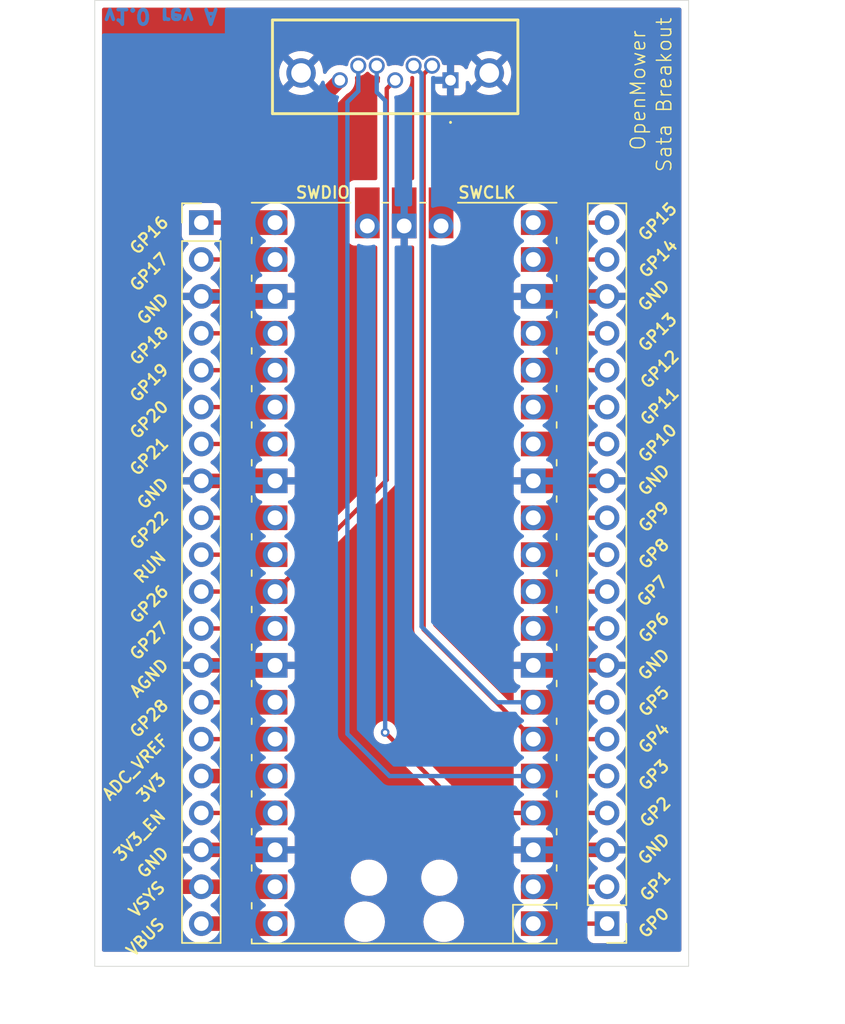
<source format=kicad_pcb>
(kicad_pcb (version 20240108) (generator "pcbnew") (generator_version "8.0")
  (layers (0 "F.Cu" signal) (31 "B.Cu" signal) (34 "B.Paste" user) (35 "F.Paste" user) (36 "B.SilkS" user "B.Silkscreen") (37 "F.SilkS" user "F.Silkscreen") (38 "B.Mask" user) (39 "F.Mask" user) (44 "Edge.Cuts" user))
  (net 0 "")
  (net 1 "GND")
  (net 2 "/AGPIO")
  (net 3 "/UART.TX")
  (net 4 "/UART.RX")
  (net 5 "/I2C.SDA")
  (net 6 "/I2C.SCL")
  (net 7 "/5V")
  (net 8 "/3V3")
  (net 12 "Net-(J2-Pin_10)")
  (net 13 "Net-(J2-Pin_16)")
  (net 14 "Net-(J2-Pin_19)")
  (net 15 "Net-(J2-Pin_9)")
  (net 16 "Net-(J2-Pin_11)")
  (net 17 "Net-(J2-Pin_2)")
  (net 18 "Net-(J2-Pin_15)")
  (net 20 "Net-(J2-Pin_12)")
  (net 21 "Net-(J2-Pin_17)")
  (net 22 "Net-(J2-Pin_14)")
  (net 23 "Net-(J2-Pin_1)")
  (net 24 "Net-(J2-Pin_20)")
  (net 25 "Net-(J3-Pin_7)")
  (net 26 "Net-(J3-Pin_1)")
  (net 27 "Net-(J3-Pin_15)")
  (net 28 "Net-(J3-Pin_14)")
  (net 29 "Net-(J3-Pin_9)")
  (net 30 "Net-(J3-Pin_10)")
  (net 31 "Net-(J3-Pin_4)")
  (net 32 "Net-(J3-Pin_2)")
  (net 33 "Net-(J3-Pin_6)")
  (net 34 "Net-(J3-Pin_5)")
  (net 35 "Net-(J3-Pin_20)")
  (net 36 "Net-(J3-Pin_17)")
  (net 37 "Net-(J3-Pin_12)")
  (footprint "Connector_PinHeader_2.54mm:PinHeader_1x20_P2.54mm_Vertical" (layer "F.Cu") (at 116.84 50.8)
    (property "Reference" "J3" (hide yes))
    (property "Value" "Conn_01x20_Pin")
    (fp_line (start -1.33 -1.33) (end 0 -1.33) (stroke (width 0.12)) (layer "F.SilkS"))
    (fp_line (start -1.33 0) (end -1.33 -1.33) (stroke (width 0.12)) (layer "F.SilkS"))
    (fp_line (start -1.33 1.27) (end -1.33 49.59) (stroke (width 0.12)) (layer "F.SilkS"))
    (fp_line (start -1.33 1.27) (end 1.33 1.27) (stroke (width 0.12)) (layer "F.SilkS"))
    (fp_line (start -1.33 49.59) (end 1.33 49.59) (stroke (width 0.12)) (layer "F.SilkS"))
    (fp_line (start 1.33 1.27) (end 1.33 49.59) (stroke (width 0.12)) (layer "F.SilkS"))
    (pad "1" thru_hole rect (at 0 0) (size 1.7 1.7) (drill 1) (layers "*.Cu" "*.Mask") (net 26 "Net-(J3-Pin_1)"))
    (pad "2" thru_hole oval (at 0 2.54) (size 1.7 1.7) (drill 1) (layers "*.Cu" "*.Mask") (net 32 "Net-(J3-Pin_2)"))
    (pad "3" thru_hole oval (at 0 5.08) (size 1.7 1.7) (drill 1) (layers "*.Cu" "*.Mask") (net 1 "GND"))
    (pad "4" thru_hole oval (at 0 7.62) (size 1.7 1.7) (drill 1) (layers "*.Cu" "*.Mask") (net 31 "Net-(J3-Pin_4)"))
    (pad "5" thru_hole oval (at 0 10.16) (size 1.7 1.7) (drill 1) (layers "*.Cu" "*.Mask") (net 34 "Net-(J3-Pin_5)"))
    (pad "6" thru_hole oval (at 0 12.7) (size 1.7 1.7) (drill 1) (layers "*.Cu" "*.Mask") (net 33 "Net-(J3-Pin_6)"))
    (pad "7" thru_hole oval (at 0 15.24) (size 1.7 1.7) (drill 1) (layers "*.Cu" "*.Mask") (net 25 "Net-(J3-Pin_7)"))
    (pad "8" thru_hole oval (at 0 17.78) (size 1.7 1.7) (drill 1) (layers "*.Cu" "*.Mask") (net 1 "GND"))
    (pad "9" thru_hole oval (at 0 20.32) (size 1.7 1.7) (drill 1) (layers "*.Cu" "*.Mask") (net 29 "Net-(J3-Pin_9)"))
    (pad "10" thru_hole oval (at 0 22.86) (size 1.7 1.7) (drill 1) (layers "*.Cu" "*.Mask") (net 30 "Net-(J3-Pin_10)"))
    (pad "11" thru_hole oval (at 0 25.4) (size 1.7 1.7) (drill 1) (layers "*.Cu" "*.Mask") (net 2 "/AGPIO"))
    (pad "12" thru_hole oval (at 0 27.94) (size 1.7 1.7) (drill 1) (layers "*.Cu" "*.Mask") (net 37 "Net-(J3-Pin_12)"))
    (pad "13" thru_hole oval (at 0 30.48) (size 1.7 1.7) (drill 1) (layers "*.Cu" "*.Mask") (net 1 "GND"))
    (pad "14" thru_hole oval (at 0 33.02) (size 1.7 1.7) (drill 1) (layers "*.Cu" "*.Mask") (net 28 "Net-(J3-Pin_14)"))
    (pad "15" thru_hole oval (at 0 35.56) (size 1.7 1.7) (drill 1) (layers "*.Cu" "*.Mask") (net 27 "Net-(J3-Pin_15)"))
    (pad "16" thru_hole oval (at 0 38.1) (size 1.7 1.7) (drill 1) (layers "*.Cu" "*.Mask") (net 8 "/3V3"))
    (pad "17" thru_hole oval (at 0 40.64) (size 1.7 1.7) (drill 1) (layers "*.Cu" "*.Mask") (net 36 "Net-(J3-Pin_17)"))
    (pad "18" thru_hole oval (at 0 43.18) (size 1.7 1.7) (drill 1) (layers "*.Cu" "*.Mask") (net 1 "GND"))
    (pad "19" thru_hole oval (at 0 45.72) (size 1.7 1.7) (drill 1) (layers "*.Cu" "*.Mask") (net 7 "/5V"))
    (pad "20" thru_hole oval (at 0 48.26) (size 1.7 1.7) (drill 1) (layers "*.Cu" "*.Mask") (net 35 "Net-(J3-Pin_20)"))
  )
  (footprint "Connector_PinHeader_2.54mm:PinHeader_1x20_P2.54mm_Vertical" (layer "F.Cu") (at 144.78 99.06 180)
    (property "Reference" "J2" (hide yes))
    (property "Value" "Conn_01x20_Pin")
    (fp_line (start 1.33 1.27) (end 1.33 49.59) (stroke (width 0.12)) (layer "F.SilkS"))
    (fp_line (start -1.33 49.59) (end 1.33 49.59) (stroke (width 0.12)) (layer "F.SilkS"))
    (fp_line (start -1.33 1.27) (end 1.33 1.27) (stroke (width 0.12)) (layer "F.SilkS"))
    (fp_line (start -1.33 1.27) (end -1.33 49.59) (stroke (width 0.12)) (layer "F.SilkS"))
    (fp_line (start -1.33 0) (end -1.33 -1.33) (stroke (width 0.12)) (layer "F.SilkS"))
    (fp_line (start -1.33 -1.33) (end 0 -1.33) (stroke (width 0.12)) (layer "F.SilkS"))
    (pad "1" thru_hole rect (at 0 0 180) (size 1.7 1.7) (drill 1) (layers "*.Cu" "*.Mask") (net 23 "Net-(J2-Pin_1)"))
    (pad "2" thru_hole oval (at 0 2.54 180) (size 1.7 1.7) (drill 1) (layers "*.Cu" "*.Mask") (net 17 "Net-(J2-Pin_2)"))
    (pad "3" thru_hole oval (at 0 5.08 180) (size 1.7 1.7) (drill 1) (layers "*.Cu" "*.Mask") (net 1 "GND"))
    (pad "4" thru_hole oval (at 0 7.62 180) (size 1.7 1.7) (drill 1) (layers "*.Cu" "*.Mask") (net 5 "/I2C.SDA"))
    (pad "5" thru_hole oval (at 0 10.16 180) (size 1.7 1.7) (drill 1) (layers "*.Cu" "*.Mask") (net 6 "/I2C.SCL"))
    (pad "6" thru_hole oval (at 0 12.7 180) (size 1.7 1.7) (drill 1) (layers "*.Cu" "*.Mask") (net 4 "/UART.RX"))
    (pad "7" thru_hole oval (at 0 15.24 180) (size 1.7 1.7) (drill 1) (layers "*.Cu" "*.Mask") (net 3 "/UART.TX"))
    (pad "8" thru_hole oval (at 0 17.78 180) (size 1.7 1.7) (drill 1) (layers "*.Cu" "*.Mask") (net 1 "GND"))
    (pad "9" thru_hole oval (at 0 20.32 180) (size 1.7 1.7) (drill 1) (layers "*.Cu" "*.Mask") (net 15 "Net-(J2-Pin_9)"))
    (pad "10" thru_hole oval (at 0 22.86 180) (size 1.7 1.7) (drill 1) (layers "*.Cu" "*.Mask") (net 12 "Net-(J2-Pin_10)"))
    (pad "11" thru_hole oval (at 0 25.4 180) (size 1.7 1.7) (drill 1) (layers "*.Cu" "*.Mask") (net 16 "Net-(J2-Pin_11)"))
    (pad "12" thru_hole oval (at 0 27.94 180) (size 1.7 1.7) (drill 1) (layers "*.Cu" "*.Mask") (net 20 "Net-(J2-Pin_12)"))
    (pad "13" thru_hole oval (at 0 30.48 180) (size 1.7 1.7) (drill 1) (layers "*.Cu" "*.Mask") (net 1 "GND"))
    (pad "14" thru_hole oval (at 0 33.02 180) (size 1.7 1.7) (drill 1) (layers "*.Cu" "*.Mask") (net 22 "Net-(J2-Pin_14)"))
    (pad "15" thru_hole oval (at 0 35.56 180) (size 1.7 1.7) (drill 1) (layers "*.Cu" "*.Mask") (net 18 "Net-(J2-Pin_15)"))
    (pad "16" thru_hole oval (at 0 38.1 180) (size 1.7 1.7) (drill 1) (layers "*.Cu" "*.Mask") (net 13 "Net-(J2-Pin_16)"))
    (pad "17" thru_hole oval (at 0 40.64 180) (size 1.7 1.7) (drill 1) (layers "*.Cu" "*.Mask") (net 21 "Net-(J2-Pin_17)"))
    (pad "18" thru_hole oval (at 0 43.18 180) (size 1.7 1.7) (drill 1) (layers "*.Cu" "*.Mask") (net 1 "GND"))
    (pad "19" thru_hole oval (at 0 45.72 180) (size 1.7 1.7) (drill 1) (layers "*.Cu" "*.Mask") (net 14 "Net-(J2-Pin_19)"))
    (pad "20" thru_hole oval (at 0 48.26 180) (size 1.7 1.7) (drill 1) (layers "*.Cu" "*.Mask") (net 24 "Net-(J2-Pin_20)"))
  )
  (footprint "footprints:RPi_Pico_SMD_TH" (layer "F.Cu") (at 130.81 74.93 180)
    (property "Reference" "U1" (hide yes))
    (property "Value" "Pico")
    (fp_line (start 10.5 25.5) (end 3.7 25.5) (stroke (width 0.12)) (layer "F.SilkS"))
    (fp_line (start 10.5 22.7) (end 10.5 23.1) (stroke (width 0.12)) (layer "F.SilkS"))
    (fp_line (start 10.5 20.1) (end 10.5 20.5) (stroke (width 0.12)) (layer "F.SilkS"))
    (fp_line (start 10.5 17.6) (end 10.5 18) (stroke (width 0.12)) (layer "F.SilkS"))
    (fp_line (start 10.5 15.1) (end 10.5 15.5) (stroke (width 0.12)) (layer "F.SilkS"))
    (fp_line (start 10.5 12.5) (end 10.5 12.9) (stroke (width 0.12)) (layer "F.SilkS"))
    (fp_line (start 10.5 10) (end 10.5 10.4) (stroke (width 0.12)) (layer "F.SilkS"))
    (fp_line (start 10.5 7.4) (end 10.5 7.8) (stroke (width 0.12)) (layer "F.SilkS"))
    (fp_line (start 10.5 4.9) (end 10.5 5.3) (stroke (width 0.12)) (layer "F.SilkS"))
    (fp_line (start 10.5 2.3) (end 10.5 2.7) (stroke (width 0.12)) (layer "F.SilkS"))
    (fp_line (start 10.5 -0.2) (end 10.5 0.2) (stroke (width 0.12)) (layer "F.SilkS"))
    (fp_line (start 10.5 -2.7) (end 10.5 -2.3) (stroke (width 0.12)) (layer "F.SilkS"))
    (fp_line (start 10.5 -5.3) (end 10.5 -4.9) (stroke (width 0.12)) (layer "F.SilkS"))
    (fp_line (start 10.5 -7.8) (end 10.5 -7.4) (stroke (width 0.12)) (layer "F.SilkS"))
    (fp_line (start 10.5 -10.4) (end 10.5 -10) (stroke (width 0.12)) (layer "F.SilkS"))
    (fp_line (start 10.5 -12.9) (end 10.5 -12.5) (stroke (width 0.12)) (layer "F.SilkS"))
    (fp_line (start 10.5 -15.4) (end 10.5 -15) (stroke (width 0.12)) (layer "F.SilkS"))
    (fp_line (start 10.5 -18) (end 10.5 -17.6) (stroke (width 0.12)) (layer "F.SilkS"))
    (fp_line (start 10.5 -20.5) (end 10.5 -20.1) (stroke (width 0.12)) (layer "F.SilkS"))
    (fp_line (start 10.5 -23.1) (end 10.5 -22.7) (stroke (width 0.12)) (layer "F.SilkS"))
    (fp_line (start 10.5 -25.5) (end 10.5 -25.2) (stroke (width 0.12)) (layer "F.SilkS"))
    (fp_line (start 1.1 25.5) (end 1.5 25.5) (stroke (width 0.12)) (layer "F.SilkS"))
    (fp_line (start -1.5 25.5) (end -1.1 25.5) (stroke (width 0.12)) (layer "F.SilkS"))
    (fp_line (start -3.7 25.5) (end -10.5 25.5) (stroke (width 0.12)) (layer "F.SilkS"))
    (fp_line (start -7.493 -22.833) (end -7.493 -25.5) (stroke (width 0.12)) (layer "F.SilkS"))
    (fp_line (start -10.5 22.7) (end -10.5 23.1) (stroke (width 0.12)) (layer "F.SilkS"))
    (fp_line (start -10.5 20.1) (end -10.5 20.5) (stroke (width 0.12)) (layer "F.SilkS"))
    (fp_line (start -10.5 17.6) (end -10.5 18) (stroke (width 0.12)) (layer "F.SilkS"))
    (fp_line (start -10.5 15.1) (end -10.5 15.5) (stroke (width 0.12)) (layer "F.SilkS"))
    (fp_line (start -10.5 12.5) (end -10.5 12.9) (stroke (width 0.12)) (layer "F.SilkS"))
    (fp_line (start -10.5 10) (end -10.5 10.4) (stroke (width 0.12)) (layer "F.SilkS"))
    (fp_line (start -10.5 7.4) (end -10.5 7.8) (stroke (width 0.12)) (layer "F.SilkS"))
    (fp_line (start -10.5 4.9) (end -10.5 5.3) (stroke (width 0.12)) (layer "F.SilkS"))
    (fp_line (start -10.5 2.3) (end -10.5 2.7) (stroke (width 0.12)) (layer "F.SilkS"))
    (fp_line (start -10.5 -0.2) (end -10.5 0.2) (stroke (width 0.12)) (layer "F.SilkS"))
    (fp_line (start -10.5 -2.7) (end -10.5 -2.3) (stroke (width 0.12)) (layer "F.SilkS"))
    (fp_line (start -10.5 -5.3) (end -10.5 -4.9) (stroke (width 0.12)) (layer "F.SilkS"))
    (fp_line (start -10.5 -7.8) (end -10.5 -7.4) (stroke (width 0.12)) (layer "F.SilkS"))
    (fp_line (start -10.5 -10.4) (end -10.5 -10) (stroke (width 0.12)) (layer "F.SilkS"))
    (fp_line (start -10.5 -12.9) (end -10.5 -12.5) (stroke (width 0.12)) (layer "F.SilkS"))
    (fp_line (start -10.5 -15.4) (end -10.5 -15) (stroke (width 0.12)) (layer "F.SilkS"))
    (fp_line (start -10.5 -18) (end -10.5 -17.6) (stroke (width 0.12)) (layer "F.SilkS"))
    (fp_line (start -10.5 -20.5) (end -10.5 -20.1) (stroke (width 0.12)) (layer "F.SilkS"))
    (fp_line (start -10.5 -22.833) (end -7.493 -22.833) (stroke (width 0.12)) (layer "F.SilkS"))
    (fp_line (start -10.5 -23.1) (end -10.5 -22.7) (stroke (width 0.12)) (layer "F.SilkS"))
    (fp_line (start -10.5 -25.5) (end 10.5 -25.5) (stroke (width 0.12)) (layer "F.SilkS"))
    (fp_line (start -10.5 -25.5) (end -10.5 -25.2) (stroke (width 0.12)) (layer "F.SilkS"))
    (fp_text user "RUN" (at 17.51 0.4 45) (layer "F.SilkS") (effects (font (size 0.8 0.8))))
    (fp_text user "VBUS" (at 17.81 -25.07 45) (layer "F.SilkS") (effects (font (size 0.8 0.8))))
    (fp_text user "GP17" (at 17.564 20.72 45) (layer "F.SilkS") (effects (font (size 0.8 0.8))))
    (fp_text user "GP26" (at 17.564 -2.14 45) (layer "F.SilkS") (effects (font (size 0.8 0.8))))
    (fp_text user "GP8" (at -17.19 1.33 45) (layer "F.SilkS") (effects (font (size 0.8 0.8))))
    (fp_text user "GP15" (at -17.444 24.19 45) (layer "F.SilkS") (effects (font (size 0.8 0.8))))
    (fp_text user "GP27" (at 17.564 -4.67 45) (layer "F.SilkS") (effects (font (size 0.8 0.8))))
    (fp_text user "GP4" (at -17.19 -11.37 45) (layer "F.SilkS") (effects (font (size 0.8 0.8))))
    (fp_text user "VSYS" (at 17.71 -22.46 45) (layer "F.SilkS") (effects (font (size 0.8 0.8))))
    (fp_text user "GP0" (at -17.19 -24.07 45) (layer "F.SilkS") (effects (font (size 0.8 0.8))))
    (fp_text user "ADC_VREF" (at 18.51 -13.37 45) (layer "F.SilkS") (effects (font (size 0.8 0.8))))
    (fp_text user "GP2" (at -17.29 -16.45 45) (layer "F.SilkS") (effects (font (size 0.8 0.8))))
    (fp_text user "3V3" (at 17.41 -14.77 45) (layer "F.SilkS") (effects (font (size 0.8 0.8))))
    (fp_text user "GP6" (at -17.19 -3.75 45) (layer "F.SilkS") (effects (font (size 0.8 0.8))))
    (fp_text user "GP22" (at 17.564 2.94 45) (layer "F.SilkS") (effects (font (size 0.8 0.8))))
    (fp_text user "GP16" (at 17.564 23.26 45) (layer "F.SilkS") (effects (font (size 0.8 0.8))))
    (fp_text user "SWCLK" (at -5.7 26.2 0) (layer "F.SilkS") (effects (font (size 0.8 0.8))))
    (fp_text user "GND" (at -17.19 -6.29 45) (layer "F.SilkS") (effects (font (size 0.8 0.8))))
    (fp_text user "GP5" (at -17.19 -8.83 45) (layer "F.SilkS") (effects (font (size 0.8 0.8))))
    (fp_text user "3V3_EN" (at 18.21 -18.07 45) (layer "F.SilkS") (effects (font (size 0.8 0.8))))
    (fp_text user "GP28" (at 17.564 -10.014 45) (layer "F.SilkS") (effects (font (size 0.8 0.8))))
    (fp_text user "GND" (at 17.31 18.18 45) (layer "F.SilkS") (effects (font (size 0.8 0.8))))
    (fp_text user "GND" (at -17.19 6.41 45) (layer "F.SilkS") (effects (font (size 0.8 0.8))))
    (fp_text user "GP19" (at 17.564 13.1 45) (layer "F.SilkS") (effects (font (size 0.8 0.8))))
    (fp_text user "GP12" (at -17.59 14.03 45) (layer "F.SilkS") (effects (font (size 0.8 0.8))))
    (fp_text user "GP13" (at -17.444 16.57 45) (layer "F.SilkS") (effects (font (size 0.8 0.8))))
    (fp_text user "GP11" (at -17.59 11.49 45) (layer "F.SilkS") (effects (font (size 0.8 0.8))))
    (fp_text user "GP21" (at 17.564 8.03 45) (layer "F.SilkS") (effects (font (size 0.8 0.8))))
    (fp_text user "GP7" (at -17.09 -1.24 45) (layer "F.SilkS") (effects (font (size 0.8 0.8))))
    (fp_text user "GP3" (at -17.19 -13.91 45) (layer "F.SilkS") (effects (font (size 0.8 0.8))))
    (fp_text user "GP18" (at 17.564 15.64 45) (layer "F.SilkS") (effects (font (size 0.8 0.8))))
    (fp_text user "GP9" (at -17.19 3.87 45) (layer "F.SilkS") (effects (font (size 0.8 0.8))))
    (fp_text user "SWDIO" (at 5.6 26.2 0) (layer "F.SilkS") (effects (font (size 0.8 0.8))))
    (fp_text user "GND" (at -17.19 19.11 45) (layer "F.SilkS") (effects (font (size 0.8 0.8))))
    (fp_text user "AGND" (at 17.564 -7.22 45) (layer "F.SilkS") (effects (font (size 0.8 0.8))))
    (fp_text user "GND" (at 17.31 -19.92 45) (layer "F.SilkS") (effects (font (size 0.8 0.8))))
    (fp_text user "GP10" (at -17.444 8.95 45) (layer "F.SilkS") (effects (font (size 0.8 0.8))))
    (fp_text user "GND" (at 17.31 5.48 45) (layer "F.SilkS") (effects (font (size 0.8 0.8))))
    (fp_text user "GP14" (at -17.49 21.65 45) (layer "F.SilkS") (effects (font (size 0.8 0.8))))
    (fp_text user "GND" (at -17.19 -18.99 45) (layer "F.SilkS") (effects (font (size 0.8 0.8))))
    (fp_text user "GP20" (at 17.564 10.56 45) (layer "F.SilkS") (effects (font (size 0.8 0.8))))
    (fp_text user "GP1" (at -17.29 -21.54 45) (layer "F.SilkS") (effects (font (size 0.8 0.8))))
    (pad "" np_thru_hole oval (at -2.725 -24 180) (size 1.8 1.8) (drill 1.8) (layers "*.Cu" "*.Mask"))
    (pad "" np_thru_hole oval (at -2.425 -20.97 180) (size 1.5 1.5) (drill 1.5) (layers "*.Cu" "*.Mask"))
    (pad "" np_thru_hole oval (at 2.425 -20.97 180) (size 1.5 1.5) (drill 1.5) (layers "*.Cu" "*.Mask"))
    (pad "" np_thru_hole oval (at 2.725 -24 180) (size 1.8 1.8) (drill 1.8) (layers "*.Cu" "*.Mask"))
    (pad "1" thru_hole oval (at -8.89 -24.13 180) (size 1.7 1.7) (drill 1.02) (layers "*.Cu" "*.Mask") (net 23 "Net-(J2-Pin_1)"))
    (pad "1" smd rect (at -8.89 -24.13 180) (size 3.5 1.7) (drill (offset -0.9 0)) (layers "F.Cu" "F.Mask") (net 23 "Net-(J2-Pin_1)"))
    (pad "2" thru_hole oval (at -8.89 -21.59 180) (size 1.7 1.7) (drill 1.02) (layers "*.Cu" "*.Mask") (net 17 "Net-(J2-Pin_2)"))
    (pad "2" smd rect (at -8.89 -21.59 180) (size 3.5 1.7) (drill (offset -0.9 0)) (layers "F.Cu" "F.Mask") (net 17 "Net-(J2-Pin_2)"))
    (pad "3" thru_hole rect (at -8.89 -19.05 180) (size 1.7 1.7) (drill 1.02) (layers "*.Cu" "*.Mask") (net 1 "GND"))
    (pad "3" smd rect (at -8.89 -19.05 180) (size 3.5 1.7) (drill (offset -0.9 0)) (layers "F.Cu" "F.Mask") (net 1 "GND"))
    (pad "4" thru_hole oval (at -8.89 -16.51 180) (size 1.7 1.7) (drill 1.02) (layers "*.Cu" "*.Mask") (net 5 "/I2C.SDA"))
    (pad "4" smd rect (at -8.89 -16.51 180) (size 3.5 1.7) (drill (offset -0.9 0)) (layers "F.Cu" "F.Mask") (net 5 "/I2C.SDA"))
    (pad "5" thru_hole oval (at -8.89 -13.97 180) (size 1.7 1.7) (drill 1.02) (layers "*.Cu" "*.Mask") (net 6 "/I2C.SCL"))
    (pad "5" smd rect (at -8.89 -13.97 180) (size 3.5 1.7) (drill (offset -0.9 0)) (layers "F.Cu" "F.Mask") (net 6 "/I2C.SCL"))
    (pad "6" thru_hole oval (at -8.89 -11.43 180) (size 1.7 1.7) (drill 1.02) (layers "*.Cu" "*.Mask") (net 4 "/UART.RX"))
    (pad "6" smd rect (at -8.89 -11.43 180) (size 3.5 1.7) (drill (offset -0.9 0)) (layers "F.Cu" "F.Mask") (net 4 "/UART.RX"))
    (pad "7" thru_hole oval (at -8.89 -8.89 180) (size 1.7 1.7) (drill 1.02) (layers "*.Cu" "*.Mask") (net 3 "/UART.TX"))
    (pad "7" smd rect (at -8.89 -8.89 180) (size 3.5 1.7) (drill (offset -0.9 0)) (layers "F.Cu" "F.Mask") (net 3 "/UART.TX"))
    (pad "8" thru_hole rect (at -8.89 -6.35 180) (size 1.7 1.7) (drill 1.02) (layers "*.Cu" "*.Mask") (net 1 "GND"))
    (pad "8" smd rect (at -8.89 -6.35 180) (size 3.5 1.7) (drill (offset -0.9 0)) (layers "F.Cu" "F.Mask") (net 1 "GND"))
    (pad "9" thru_hole oval (at -8.89 -3.81 180) (size 1.7 1.7) (drill 1.02) (layers "*.Cu" "*.Mask") (net 15 "Net-(J2-Pin_9)"))
    (pad "9" smd rect (at -8.89 -3.81 180) (size 3.5 1.7) (drill (offset -0.9 0)) (layers "F.Cu" "F.Mask") (net 15 "Net-(J2-Pin_9)"))
    (pad "10" thru_hole oval (at -8.89 -1.27 180) (size 1.7 1.7) (drill 1.02) (layers "*.Cu" "*.Mask") (net 12 "Net-(J2-Pin_10)"))
    (pad "10" smd rect (at -8.89 -1.27 180) (size 3.5 1.7) (drill (offset -0.9 0)) (layers "F.Cu" "F.Mask") (net 12 "Net-(J2-Pin_10)"))
    (pad "11" thru_hole oval (at -8.89 1.27 180) (size 1.7 1.7) (drill 1.02) (layers "*.Cu" "*.Mask") (net 16 "Net-(J2-Pin_11)"))
    (pad "11" smd rect (at -8.89 1.27 180) (size 3.5 1.7) (drill (offset -0.9 0)) (layers "F.Cu" "F.Mask") (net 16 "Net-(J2-Pin_11)"))
    (pad "12" thru_hole oval (at -8.89 3.81 180) (size 1.7 1.7) (drill 1.02) (layers "*.Cu" "*.Mask") (net 20 "Net-(J2-Pin_12)"))
    (pad "12" smd rect (at -8.89 3.81 180) (size 3.5 1.7) (drill (offset -0.9 0)) (layers "F.Cu" "F.Mask") (net 20 "Net-(J2-Pin_12)"))
    (pad "13" thru_hole rect (at -8.89 6.35 180) (size 1.7 1.7) (drill 1.02) (layers "*.Cu" "*.Mask") (net 1 "GND"))
    (pad "13" smd rect (at -8.89 6.35 180) (size 3.5 1.7) (drill (offset -0.9 0)) (layers "F.Cu" "F.Mask") (net 1 "GND"))
    (pad "14" thru_hole oval (at -8.89 8.89 180) (size 1.7 1.7) (drill 1.02) (layers "*.Cu" "*.Mask") (net 22 "Net-(J2-Pin_14)"))
    (pad "14" smd rect (at -8.89 8.89 180) (size 3.5 1.7) (drill (offset -0.9 0)) (layers "F.Cu" "F.Mask") (net 22 "Net-(J2-Pin_14)"))
    (pad "15" thru_hole oval (at -8.89 11.43 180) (size 1.7 1.7) (drill 1.02) (layers "*.Cu" "*.Mask") (net 18 "Net-(J2-Pin_15)"))
    (pad "15" smd rect (at -8.89 11.43 180) (size 3.5 1.7) (drill (offset -0.9 0)) (layers "F.Cu" "F.Mask") (net 18 "Net-(J2-Pin_15)"))
    (pad "16" thru_hole oval (at -8.89 13.97 180) (size 1.7 1.7) (drill 1.02) (layers "*.Cu" "*.Mask") (net 13 "Net-(J2-Pin_16)"))
    (pad "16" smd rect (at -8.89 13.97 180) (size 3.5 1.7) (drill (offset -0.9 0)) (layers "F.Cu" "F.Mask") (net 13 "Net-(J2-Pin_16)"))
    (pad "17" thru_hole oval (at -8.89 16.51 180) (size 1.7 1.7) (drill 1.02) (layers "*.Cu" "*.Mask") (net 21 "Net-(J2-Pin_17)"))
    (pad "17" smd rect (at -8.89 16.51 180) (size 3.5 1.7) (drill (offset -0.9 0)) (layers "F.Cu" "F.Mask") (net 21 "Net-(J2-Pin_17)"))
    (pad "18" thru_hole rect (at -8.89 19.05 180) (size 1.7 1.7) (drill 1.02) (layers "*.Cu" "*.Mask") (net 1 "GND"))
    (pad "18" smd rect (at -8.89 19.05 180) (size 3.5 1.7) (drill (offset -0.9 0)) (layers "F.Cu" "F.Mask") (net 1 "GND"))
    (pad "19" thru_hole oval (at -8.89 21.59 180) (size 1.7 1.7) (drill 1.02) (layers "*.Cu" "*.Mask") (net 14 "Net-(J2-Pin_19)"))
    (pad "19" smd rect (at -8.89 21.59 180) (size 3.5 1.7) (drill (offset -0.9 0)) (layers "F.Cu" "F.Mask") (net 14 "Net-(J2-Pin_19)"))
    (pad "20" thru_hole oval (at -8.89 24.13 180) (size 1.7 1.7) (drill 1.02) (layers "*.Cu" "*.Mask") (net 24 "Net-(J2-Pin_20)"))
    (pad "20" smd rect (at -8.89 24.13 180) (size 3.5 1.7) (drill (offset -0.9 0)) (layers "F.Cu" "F.Mask") (net 24 "Net-(J2-Pin_20)"))
    (pad "21" thru_hole oval (at 8.89 24.13 180) (size 1.7 1.7) (drill 1.02) (layers "*.Cu" "*.Mask") (net 26 "Net-(J3-Pin_1)"))
    (pad "21" smd rect (at 8.89 24.13 180) (size 3.5 1.7) (drill (offset 0.9 0)) (layers "F.Cu" "F.Mask") (net 26 "Net-(J3-Pin_1)"))
    (pad "22" thru_hole oval (at 8.89 21.59 180) (size 1.7 1.7) (drill 1.02) (layers "*.Cu" "*.Mask") (net 32 "Net-(J3-Pin_2)"))
    (pad "22" smd rect (at 8.89 21.59 180) (size 3.5 1.7) (drill (offset 0.9 0)) (layers "F.Cu" "F.Mask") (net 32 "Net-(J3-Pin_2)"))
    (pad "23" thru_hole rect (at 8.89 19.05 180) (size 1.7 1.7) (drill 1.02) (layers "*.Cu" "*.Mask") (net 1 "GND"))
    (pad "23" smd rect (at 8.89 19.05 180) (size 3.5 1.7) (drill (offset 0.9 0)) (layers "F.Cu" "F.Mask") (net 1 "GND"))
    (pad "24" thru_hole oval (at 8.89 16.51 180) (size 1.7 1.7) (drill 1.02) (layers "*.Cu" "*.Mask") (net 31 "Net-(J3-Pin_4)"))
    (pad "24" smd rect (at 8.89 16.51 180) (size 3.5 1.7) (drill (offset 0.9 0)) (layers "F.Cu" "F.Mask") (net 31 "Net-(J3-Pin_4)"))
    (pad "25" thru_hole oval (at 8.89 13.97 180) (size 1.7 1.7) (drill 1.02) (layers "*.Cu" "*.Mask") (net 34 "Net-(J3-Pin_5)"))
    (pad "25" smd rect (at 8.89 13.97 180) (size 3.5 1.7) (drill (offset 0.9 0)) (layers "F.Cu" "F.Mask") (net 34 "Net-(J3-Pin_5)"))
    (pad "26" thru_hole oval (at 8.89 11.43 180) (size 1.7 1.7) (drill 1.02) (layers "*.Cu" "*.Mask") (net 33 "Net-(J3-Pin_6)"))
    (pad "26" smd rect (at 8.89 11.43 180) (size 3.5 1.7) (drill (offset 0.9 0)) (layers "F.Cu" "F.Mask") (net 33 "Net-(J3-Pin_6)"))
    (pad "27" thru_hole oval (at 8.89 8.89 180) (size 1.7 1.7) (drill 1.02) (layers "*.Cu" "*.Mask") (net 25 "Net-(J3-Pin_7)"))
    (pad "27" smd rect (at 8.89 8.89 180) (size 3.5 1.7) (drill (offset 0.9 0)) (layers "F.Cu" "F.Mask") (net 25 "Net-(J3-Pin_7)"))
    (pad "28" thru_hole rect (at 8.89 6.35 180) (size 1.7 1.7) (drill 1.02) (layers "*.Cu" "*.Mask") (net 1 "GND"))
    (pad "28" smd rect (at 8.89 6.35 180) (size 3.5 1.7) (drill (offset 0.9 0)) (layers "F.Cu" "F.Mask") (net 1 "GND"))
    (pad "29" thru_hole oval (at 8.89 3.81 180) (size 1.7 1.7) (drill 1.02) (layers "*.Cu" "*.Mask") (net 29 "Net-(J3-Pin_9)"))
    (pad "29" smd rect (at 8.89 3.81 180) (size 3.5 1.7) (drill (offset 0.9 0)) (layers "F.Cu" "F.Mask") (net 29 "Net-(J3-Pin_9)"))
    (pad "30" thru_hole oval (at 8.89 1.27 180) (size 1.7 1.7) (drill 1.02) (layers "*.Cu" "*.Mask") (net 30 "Net-(J3-Pin_10)"))
    (pad "30" smd rect (at 8.89 1.27 180) (size 3.5 1.7) (drill (offset 0.9 0)) (layers "F.Cu" "F.Mask") (net 30 "Net-(J3-Pin_10)"))
    (pad "31" thru_hole oval (at 8.89 -1.27 180) (size 1.7 1.7) (drill 1.02) (layers "*.Cu" "*.Mask") (net 2 "/AGPIO"))
    (pad "31" smd rect (at 8.89 -1.27 180) (size 3.5 1.7) (drill (offset 0.9 0)) (layers "F.Cu" "F.Mask") (net 2 "/AGPIO"))
    (pad "32" thru_hole oval (at 8.89 -3.81 180) (size 1.7 1.7) (drill 1.02) (layers "*.Cu" "*.Mask") (net 37 "Net-(J3-Pin_12)"))
    (pad "32" smd rect (at 8.89 -3.81 180) (size 3.5 1.7) (drill (offset 0.9 0)) (layers "F.Cu" "F.Mask") (net 37 "Net-(J3-Pin_12)"))
    (pad "33" thru_hole rect (at 8.89 -6.35 180) (size 1.7 1.7) (drill 1.02) (layers "*.Cu" "*.Mask") (net 1 "GND"))
    (pad "33" smd rect (at 8.89 -6.35 180) (size 3.5 1.7) (drill (offset 0.9 0)) (layers "F.Cu" "F.Mask") (net 1 "GND"))
    (pad "34" thru_hole oval (at 8.89 -8.89 180) (size 1.7 1.7) (drill 1.02) (layers "*.Cu" "*.Mask") (net 28 "Net-(J3-Pin_14)"))
    (pad "34" smd rect (at 8.89 -8.89 180) (size 3.5 1.7) (drill (offset 0.9 0)) (layers "F.Cu" "F.Mask") (net 28 "Net-(J3-Pin_14)"))
    (pad "35" thru_hole oval (at 8.89 -11.43 180) (size 1.7 1.7) (drill 1.02) (layers "*.Cu" "*.Mask") (net 27 "Net-(J3-Pin_15)"))
    (pad "35" smd rect (at 8.89 -11.43 180) (size 3.5 1.7) (drill (offset 0.9 0)) (layers "F.Cu" "F.Mask") (net 27 "Net-(J3-Pin_15)"))
    (pad "36" thru_hole oval (at 8.89 -13.97 180) (size 1.7 1.7) (drill 1.02) (layers "*.Cu" "*.Mask") (net 8 "/3V3"))
    (pad "36" smd rect (at 8.89 -13.97 180) (size 3.5 1.7) (drill (offset 0.9 0)) (layers "F.Cu" "F.Mask") (net 8 "/3V3"))
    (pad "37" thru_hole oval (at 8.89 -16.51 180) (size 1.7 1.7) (drill 1.02) (layers "*.Cu" "*.Mask") (net 36 "Net-(J3-Pin_17)"))
    (pad "37" smd rect (at 8.89 -16.51 180) (size 3.5 1.7) (drill (offset 0.9 0)) (layers "F.Cu" "F.Mask") (net 36 "Net-(J3-Pin_17)"))
    (pad "38" thru_hole rect (at 8.89 -19.05 180) (size 1.7 1.7) (drill 1.02) (layers "*.Cu" "*.Mask") (net 1 "GND"))
    (pad "38" smd rect (at 8.89 -19.05 180) (size 3.5 1.7) (drill (offset 0.9 0)) (layers "F.Cu" "F.Mask") (net 1 "GND"))
    (pad "39" thru_hole oval (at 8.89 -21.59 180) (size 1.7 1.7) (drill 1.02) (layers "*.Cu" "*.Mask") (net 7 "/5V"))
    (pad "39" smd rect (at 8.89 -21.59 180) (size 3.5 1.7) (drill (offset 0.9 0)) (layers "F.Cu" "F.Mask") (net 7 "/5V"))
    (pad "40" thru_hole oval (at 8.89 -24.13 180) (size 1.7 1.7) (drill 1.02) (layers "*.Cu" "*.Mask") (net 35 "Net-(J3-Pin_20)"))
    (pad "40" smd rect (at 8.89 -24.13 180) (size 3.5 1.7) (drill (offset 0.9 0)) (layers "F.Cu" "F.Mask") (net 35 "Net-(J3-Pin_20)"))
    (pad "41" thru_hole oval (at -2.54 23.9 180) (size 1.7 1.7) (drill 1.02) (layers "*.Cu" "*.Mask"))
    (pad "41" smd rect (at -2.54 23.9 270) (size 3.5 1.7) (drill (offset -0.9 0)) (layers "F.Cu" "F.Mask"))
    (pad "42" thru_hole rect (at 0 23.9 180) (size 1.7 1.7) (drill 1.02) (layers "*.Cu" "*.Mask") (net 1 "GND"))
    (pad "42" smd rect (at 0 23.9 270) (size 3.5 1.7) (drill (offset -0.9 0)) (layers "F.Cu" "F.Mask") (net 1 "GND"))
    (pad "43" thru_hole oval (at 2.54 23.9 180) (size 1.7 1.7) (drill 1.02) (layers "*.Cu" "*.Mask"))
    (pad "43" smd rect (at 2.54 23.9 270) (size 3.5 1.7) (drill (offset -0.9 0)) (layers "F.Cu" "F.Mask"))
  )
  (footprint "footprints:SATA-Molex-67800-8005" (layer "F.Cu") (at 134 41)
    (property "Reference" "J1" (hide yes))
    (property "Value" "67800-8005" (hide yes))
    (fp_line (start -12.26 -4.15) (end 4.64 -4.15) (stroke (width 0.2)) (layer "F.SilkS"))
    (fp_line (start -12.26 2.3) (end -12.26 -4.15) (stroke (width 0.2)) (layer "F.SilkS"))
    (fp_line (start 0 2.85) (end 0 2.85) (stroke (width 0.1)) (layer "F.SilkS"))
    (fp_line (start 0 2.95) (end 0 2.95) (stroke (width 0.1)) (layer "F.SilkS"))
    (fp_line (start 4.64 -4.15) (end 4.64 2.3) (stroke (width 0.2)) (layer "F.SilkS"))
    (fp_line (start 4.64 2.3) (end -12.26 2.3) (stroke (width 0.2)) (layer "F.SilkS"))
    (fp_arc (start 0 2.85) (mid 0.05 2.9) (end 0 2.95) (stroke (width 0.1)) (layer "F.SilkS"))
    (fp_arc (start 0 2.95) (mid -0.05 2.9) (end 0 2.85) (stroke (width 0.1)) (layer "F.SilkS"))
    (pad "1" thru_hole rect (at 0 0) (size 1.1 1.1) (drill 0.74) (layers "*.Cu" "*.Mask") (net 1 "GND"))
    (pad "2" thru_hole circle (at -1.27 -1) (size 1.1 1.1) (drill 0.74) (layers "*.Cu" "*.Mask") (net 4 "/UART.RX") (clearance 0.15))
    (pad "3" thru_hole circle (at -2.54 -1) (size 1.1 1.1) (drill 0.74) (layers "*.Cu" "*.Mask") (net 3 "/UART.TX") (clearance 0.15))
    (pad "4" thru_hole circle (at -3.81 0) (size 1.1 1.1) (drill 0.74) (layers "*.Cu" "*.Mask") (net 2 "/AGPIO"))
    (pad "5" thru_hole circle (at -5.08 -1) (size 1.1 1.1) (drill 0.74) (layers "*.Cu" "*.Mask") (net 5 "/I2C.SDA") (clearance 0.15))
    (pad "6" thru_hole circle (at -6.35 -1) (size 1.1 1.1) (drill 0.74) (layers "*.Cu" "*.Mask") (net 6 "/I2C.SCL") (clearance 0.15))
    (pad "7" thru_hole circle (at -7.62 0) (size 1.1 1.1) (drill 0.74) (layers "*.Cu" "*.Mask") (net 7 "/5V"))
    (pad "MH1" thru_hole circle (at 2.67 -0.5) (size 2.025 2.025) (drill 1.35) (layers "*.Cu" "*.Mask") (net 1 "GND"))
    (pad "MH2" thru_hole circle (at -10.29 -0.5) (size 2.025 2.025) (drill 1.35) (layers "*.Cu" "*.Mask") (net 1 "GND"))
  )
  (gr_rect (start 109.5 35.5) (end 150.4 102) (stroke (width 0.05)) (fill none) (layer "Edge.Cuts"))
  (gr_text "v1.0 rev A" (at 110 36 180) (layer "B.Cu") (effects (font (size 1 1) (thickness 0.25) (bold yes)) (justify left bottom mirror)))
  (gr_text "Sata Breakout" (at 149.3 47.4 90) (layer "F.SilkS") (effects (font (size 1 1) (thickness 0.1)) (justify left bottom)))
  (gr_text "OpenMower" (at 147.5 45.9 90) (layer "F.SilkS") (effects (font (size 1 1) (thickness 0.1)) (justify left bottom)))
  (segment (start 139.7 93.98) (end 144.78 93.98) (width 1) (layer "F.Cu") (net 1))
  (segment (start 139.7 55.88) (end 144.78 55.88) (width 1) (layer "F.Cu") (net 1))
  (segment (start 116.84 68.58) (end 121.92 68.58) (width 1) (layer "F.Cu") (net 1))
  (segment (start 121.92 55.88) (end 116.84 55.88) (width 1) (layer "F.Cu") (net 1))
  (segment (start 116.84 81.28) (end 121.92 81.28) (width 1) (layer "F.Cu") (net 1))
  (segment (start 139.7 68.58) (end 144.78 68.58) (width 1) (layer "F.Cu") (net 1))
  (segment (start 139.7 81.28) (end 144.78 81.28) (width 1) (layer "F.Cu") (net 1))
  (segment (start 121.92 93.98) (end 116.84 93.98) (width 1) (layer "F.Cu") (net 1))
  (segment (start 129.61 41.58) (end 130.19 41) (width 0.3) (layer "F.Cu") (net 2))
  (segment (start 121.92 76.2) (end 116.84 76.2) (width 0.3) (layer "F.Cu") (net 2))
  (segment (start 129.61 68.51) (end 129.61 41.58) (width 0.3) (layer "F.Cu") (net 2))
  (segment (start 121.92 76.2) (end 129.61 68.51) (width 0.3) (layer "F.Cu") (net 2))
  (segment (start 139.7 83.82) (end 144.78 83.82) (width 0.3) (layer "F.Cu") (net 3))
  (segment (start 132.01 78.61) (end 137.22 83.82) (width 0.3) (layer "B.Cu") (net 3))
  (segment (start 132.01 40.55) (end 132.01 78.61) (width 0.3) (layer "B.Cu") (net 3))
  (segment (start 137.22 83.82) (end 139.7 83.82) (width 0.3) (layer "B.Cu") (net 3))
  (segment (start 131.46 40) (end 132.01 40.55) (width 0.3) (layer "B.Cu") (net 3))
  (segment (start 132.73 40) (end 132.15 40.58) (width 0.3) (layer "F.Cu") (net 4))
  (segment (start 132.15 40.58) (end 132.15 78.81) (width 0.3) (layer "F.Cu") (net 4))
  (segment (start 132.15 78.81) (end 139.7 86.36) (width 0.3) (layer "F.Cu") (net 4))
  (segment (start 139.7 86.36) (end 144.78 86.36) (width 0.3) (layer "F.Cu") (net 4))
  (segment (start 135.04 91.44) (end 139.7 91.44) (width 0.3) (layer "F.Cu") (net 5))
  (segment (start 129.5 85.9) (end 135.04 91.44) (width 0.3) (layer "F.Cu") (net 5))
  (segment (start 139.7 91.44) (end 144.78 91.44) (width 0.3) (layer "F.Cu") (net 5))
  (via (at 129.5 85.9) (size 0.6) (drill 0.3) (layers "F.Cu" "B.Cu") (net 5))
  (segment (start 128.92 41.82) (end 129.5 42.4) (width 0.3) (layer "B.Cu") (net 5))
  (segment (start 128.92 40) (end 128.92 41.82) (width 0.3) (layer "B.Cu") (net 5))
  (segment (start 129.5 42.4) (end 129.5 81.2) (width 0.3) (layer "B.Cu") (net 5))
  (segment (start 129.5 81.2) (end 129.5 85.9) (width 0.3) (layer "B.Cu") (net 5))
  (segment (start 139.7 88.9) (end 144.78 88.9) (width 0.3) (layer "F.Cu") (net 6))
  (segment (start 126.9 42.5) (end 126.9 86) (width 0.3) (layer "B.Cu") (net 6))
  (segment (start 129.8 88.9) (end 139.7 88.9) (width 0.3) (layer "B.Cu") (net 6))
  (segment (start 126.9 86) (end 129.8 88.9) (width 0.3) (layer "B.Cu") (net 6))
  (segment (start 127.65 40) (end 127.65 41.75) (width 0.3) (layer "B.Cu") (net 6))
  (segment (start 127.65 41.75) (end 126.9 42.5) (width 0.3) (layer "B.Cu") (net 6))
  (segment (start 121.92 96.52) (end 116.84 96.52) (width 1) (layer "F.Cu") (net 7))
  (segment (start 117 46) (end 114 49) (width 1) (layer "F.Cu") (net 7))
  (segment (start 114 49) (end 114 95.1) (width 1) (layer "F.Cu") (net 7))
  (segment (start 121.38 46) (end 117 46) (width 1) (layer "F.Cu") (net 7))
  (segment (start 126.38 41) (end 121.38 46) (width 1) (layer "F.Cu") (net 7))
  (segment (start 114 95.1) (end 115.42 96.52) (width 1) (layer "F.Cu") (net 7))
  (segment (start 115.42 96.52) (end 116.84 96.52) (width 1) (layer "F.Cu") (net 7))
  (segment (start 116.84 88.9) (end 121.92 88.9) (width 1) (layer "F.Cu") (net 8))
  (segment (start 139.7 76.2) (end 144.78 76.2) (width 0.3) (layer "F.Cu") (net 12))
  (segment (start 139.7 60.96) (end 144.78 60.96) (width 0.3) (layer "F.Cu") (net 13))
  (segment (start 139.7 53.34) (end 144.78 53.34) (width 0.3) (layer "F.Cu") (net 14))
  (segment (start 144.78 78.74) (end 139.7 78.74) (width 0.3) (layer "F.Cu") (net 15))
  (segment (start 139.7 73.66) (end 144.78 73.66) (width 0.3) (layer "F.Cu") (net 16))
  (segment (start 139.7 96.52) (end 144.78 96.52) (width 0.3) (layer "F.Cu") (net 17))
  (segment (start 139.7 63.5) (end 144.78 63.5) (width 0.3) (layer "F.Cu") (net 18))
  (segment (start 139.7 71.12) (end 144.78 71.12) (width 0.3) (layer "F.Cu") (net 20))
  (segment (start 139.7 58.42) (end 144.78 58.42) (width 0.3) (layer "F.Cu") (net 21))
  (segment (start 139.7 66.04) (end 144.78 66.04) (width 0.3) (layer "F.Cu") (net 22))
  (segment (start 139.7 99.06) (end 144.78 99.06) (width 0.3) (layer "F.Cu") (net 23))
  (segment (start 139.7 50.8) (end 144.78 50.8) (width 0.3) (layer "F.Cu") (net 24))
  (segment (start 121.92 66.04) (end 116.84 66.04) (width 0.3) (layer "F.Cu") (net 25))
  (segment (start 116.84 50.8) (end 121.92 50.8) (width 0.3) (layer "F.Cu") (net 26))
  (segment (start 116.84 86.36) (end 121.92 86.36) (width 0.3) (layer "F.Cu") (net 27))
  (segment (start 116.84 83.82) (end 121.92 83.82) (width 0.3) (layer "F.Cu") (net 28))
  (segment (start 121.92 71.12) (end 116.84 71.12) (width 0.3) (layer "F.Cu") (net 29))
  (segment (start 116.84 73.66) (end 121.92 73.66) (width 0.3) (layer "F.Cu") (net 30))
  (segment (start 116.84 58.42) (end 121.92 58.42) (width 0.3) (layer "F.Cu") (net 31))
  (segment (start 116.84 53.34) (end 121.92 53.34) (width 0.3) (layer "F.Cu") (net 32))
  (segment (start 116.84 63.5) (end 121.92 63.5) (width 0.3) (layer "F.Cu") (net 33))
  (segment (start 121.92 60.96) (end 116.84 60.96) (width 0.3) (layer "F.Cu") (net 34))
  (segment (start 121.92 99.06) (end 116.84 99.06) (width 1) (layer "F.Cu") (net 35))
  (segment (start 121.92 91.44) (end 116.84 91.44) (width 0.3) (layer "F.Cu") (net 36))
  (segment (start 116.84 78.74) (end 121.92 78.74) (width 0.3) (layer "F.Cu") (net 37))
  (zone (net 1) (net_name "GND") (layers "F&B.Cu") (connect_pads (clearance 0.5)) (min_thickness 0.25) (fill yes (thermal_gap 0.5) (thermal_bridge_width 0.5))
    (polygon (pts (xy 110 36) (xy 150 36) (xy 150 101) (xy 110 101)))
  )
)
</source>
